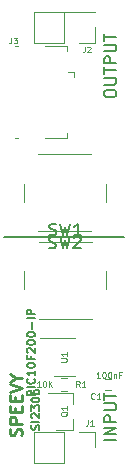
<source format=gbr>
G04 #@! TF.FileFunction,Legend,Top*
%FSLAX46Y46*%
G04 Gerber Fmt 4.6, Leading zero omitted, Abs format (unit mm)*
G04 Created by KiCad (PCBNEW 4.0.7) date 04/03/18 23:59:40*
%MOMM*%
%LPD*%
G01*
G04 APERTURE LIST*
%ADD10C,0.100000*%
%ADD11C,0.250000*%
%ADD12C,0.200000*%
%ADD13C,0.120000*%
%ADD14C,0.125000*%
%ADD15C,0.150000*%
G04 APERTURE END LIST*
D10*
D11*
X129690762Y-101861619D02*
X129738381Y-101718762D01*
X129738381Y-101480666D01*
X129690762Y-101385428D01*
X129643143Y-101337809D01*
X129547905Y-101290190D01*
X129452667Y-101290190D01*
X129357429Y-101337809D01*
X129309810Y-101385428D01*
X129262190Y-101480666D01*
X129214571Y-101671143D01*
X129166952Y-101766381D01*
X129119333Y-101814000D01*
X129024095Y-101861619D01*
X128928857Y-101861619D01*
X128833619Y-101814000D01*
X128786000Y-101766381D01*
X128738381Y-101671143D01*
X128738381Y-101433047D01*
X128786000Y-101290190D01*
X129738381Y-100861619D02*
X128738381Y-100861619D01*
X128738381Y-100480666D01*
X128786000Y-100385428D01*
X128833619Y-100337809D01*
X128928857Y-100290190D01*
X129071714Y-100290190D01*
X129166952Y-100337809D01*
X129214571Y-100385428D01*
X129262190Y-100480666D01*
X129262190Y-100861619D01*
X129214571Y-99861619D02*
X129214571Y-99528285D01*
X129738381Y-99385428D02*
X129738381Y-99861619D01*
X128738381Y-99861619D01*
X128738381Y-99385428D01*
X129214571Y-98956857D02*
X129214571Y-98623523D01*
X129738381Y-98480666D02*
X129738381Y-98956857D01*
X128738381Y-98956857D01*
X128738381Y-98480666D01*
X128738381Y-98194952D02*
X129738381Y-97861619D01*
X128738381Y-97528285D01*
X129262190Y-97004476D02*
X129738381Y-97004476D01*
X128738381Y-97337809D02*
X129262190Y-97004476D01*
X128738381Y-96671142D01*
X129690762Y-101861619D02*
X129738381Y-101718762D01*
X129738381Y-101480666D01*
X129690762Y-101385428D01*
X129643143Y-101337809D01*
X129547905Y-101290190D01*
X129452667Y-101290190D01*
X129357429Y-101337809D01*
X129309810Y-101385428D01*
X129262190Y-101480666D01*
X129214571Y-101671143D01*
X129166952Y-101766381D01*
X129119333Y-101814000D01*
X129024095Y-101861619D01*
X128928857Y-101861619D01*
X128833619Y-101814000D01*
X128786000Y-101766381D01*
X128738381Y-101671143D01*
X128738381Y-101433047D01*
X128786000Y-101290190D01*
X129738381Y-100861619D02*
X128738381Y-100861619D01*
X128738381Y-100480666D01*
X128786000Y-100385428D01*
X128833619Y-100337809D01*
X128928857Y-100290190D01*
X129071714Y-100290190D01*
X129166952Y-100337809D01*
X129214571Y-100385428D01*
X129262190Y-100480666D01*
X129262190Y-100861619D01*
X129214571Y-99861619D02*
X129214571Y-99528285D01*
X129738381Y-99385428D02*
X129738381Y-99861619D01*
X128738381Y-99861619D01*
X128738381Y-99385428D01*
X129214571Y-98956857D02*
X129214571Y-98623523D01*
X129738381Y-98480666D02*
X129738381Y-98956857D01*
X128738381Y-98956857D01*
X128738381Y-98480666D01*
X128738381Y-98194952D02*
X129738381Y-97861619D01*
X128738381Y-97528285D01*
X129262190Y-97004476D02*
X129738381Y-97004476D01*
X128738381Y-97337809D02*
X129262190Y-97004476D01*
X128738381Y-96671142D01*
D12*
X128270000Y-85090000D02*
X138430000Y-85090000D01*
D13*
X133587000Y-68871000D02*
X133587000Y-69321000D01*
X131737000Y-68871000D02*
X133587000Y-68871000D01*
X129187000Y-76671000D02*
X129437000Y-76671000D01*
X129187000Y-68871000D02*
X129437000Y-68871000D01*
X131737000Y-76671000D02*
X133587000Y-76671000D01*
X133587000Y-76671000D02*
X133587000Y-76221000D01*
X134137000Y-71071000D02*
X134137000Y-71521000D01*
X134137000Y-71071000D02*
X133687000Y-71071000D01*
X130750000Y-101540000D02*
X130750000Y-104200000D01*
X133350000Y-101540000D02*
X130750000Y-101540000D01*
X133350000Y-104200000D02*
X130750000Y-104200000D01*
X133350000Y-101540000D02*
X133350000Y-104200000D01*
X134620000Y-101540000D02*
X135950000Y-101540000D01*
X135950000Y-101540000D02*
X135950000Y-102870000D01*
X135950000Y-65980000D02*
X130750000Y-65980000D01*
X135950000Y-66040000D02*
X135950000Y-65980000D01*
X130750000Y-68640000D02*
X130750000Y-65980000D01*
X135950000Y-66040000D02*
X133350000Y-66040000D01*
X133350000Y-66040000D02*
X133350000Y-68640000D01*
X133350000Y-68640000D02*
X130750000Y-68640000D01*
X135950000Y-67310000D02*
X135950000Y-68640000D01*
X135950000Y-68640000D02*
X134620000Y-68640000D01*
X134110000Y-101402000D02*
X134110000Y-100472000D01*
X134110000Y-98242000D02*
X134110000Y-99172000D01*
X134110000Y-98242000D02*
X131950000Y-98242000D01*
X134110000Y-101402000D02*
X132650000Y-101402000D01*
X132450000Y-96860000D02*
X134250000Y-96860000D01*
X134250000Y-93640000D02*
X131300000Y-93640000D01*
X136783000Y-98006000D02*
X137283000Y-98006000D01*
X137283000Y-97066000D02*
X136783000Y-97066000D01*
X133600000Y-97006000D02*
X133100000Y-97006000D01*
X133100000Y-98066000D02*
X133600000Y-98066000D01*
X131175000Y-91987000D02*
X135675000Y-91987000D01*
X129925000Y-87987000D02*
X129925000Y-89487000D01*
X135675000Y-85487000D02*
X131175000Y-85487000D01*
X136925000Y-89487000D02*
X136925000Y-87987000D01*
X135652000Y-78066000D02*
X131152000Y-78066000D01*
X136902000Y-82066000D02*
X136902000Y-80566000D01*
X131152000Y-84566000D02*
X135652000Y-84566000D01*
X129902000Y-80566000D02*
X129902000Y-82066000D01*
D14*
X128865334Y-68179190D02*
X128865334Y-68536333D01*
X128841524Y-68607762D01*
X128793905Y-68655381D01*
X128722477Y-68679190D01*
X128674858Y-68679190D01*
X129055810Y-68179190D02*
X129365333Y-68179190D01*
X129198667Y-68369667D01*
X129270095Y-68369667D01*
X129317714Y-68393476D01*
X129341524Y-68417286D01*
X129365333Y-68464905D01*
X129365333Y-68583952D01*
X129341524Y-68631571D01*
X129317714Y-68655381D01*
X129270095Y-68679190D01*
X129127238Y-68679190D01*
X129079619Y-68655381D01*
X129055810Y-68631571D01*
X135342334Y-100564190D02*
X135342334Y-100921333D01*
X135318524Y-100992762D01*
X135270905Y-101040381D01*
X135199477Y-101064190D01*
X135151858Y-101064190D01*
X135842333Y-101064190D02*
X135556619Y-101064190D01*
X135699476Y-101064190D02*
X135699476Y-100564190D01*
X135651857Y-100635619D01*
X135604238Y-100683238D01*
X135556619Y-100707048D01*
D15*
X137739381Y-102258571D02*
X136739381Y-102258571D01*
X137739381Y-101782381D02*
X136739381Y-101782381D01*
X137739381Y-101210952D01*
X136739381Y-101210952D01*
X137739381Y-100734762D02*
X136739381Y-100734762D01*
X136739381Y-100353809D01*
X136787000Y-100258571D01*
X136834619Y-100210952D01*
X136929857Y-100163333D01*
X137072714Y-100163333D01*
X137167952Y-100210952D01*
X137215571Y-100258571D01*
X137263190Y-100353809D01*
X137263190Y-100734762D01*
X136739381Y-99734762D02*
X137548905Y-99734762D01*
X137644143Y-99687143D01*
X137691762Y-99639524D01*
X137739381Y-99544286D01*
X137739381Y-99353809D01*
X137691762Y-99258571D01*
X137644143Y-99210952D01*
X137548905Y-99163333D01*
X136739381Y-99163333D01*
X136739381Y-98830000D02*
X136739381Y-98258571D01*
X137739381Y-98544286D02*
X136739381Y-98544286D01*
D14*
X135088334Y-68941190D02*
X135088334Y-69298333D01*
X135064524Y-69369762D01*
X135016905Y-69417381D01*
X134945477Y-69441190D01*
X134897858Y-69441190D01*
X135302619Y-68988810D02*
X135326429Y-68965000D01*
X135374048Y-68941190D01*
X135493095Y-68941190D01*
X135540714Y-68965000D01*
X135564524Y-68988810D01*
X135588333Y-69036429D01*
X135588333Y-69084048D01*
X135564524Y-69155476D01*
X135278810Y-69441190D01*
X135588333Y-69441190D01*
D15*
X136739381Y-73016762D02*
X136739381Y-72826285D01*
X136787000Y-72731047D01*
X136882238Y-72635809D01*
X137072714Y-72588190D01*
X137406048Y-72588190D01*
X137596524Y-72635809D01*
X137691762Y-72731047D01*
X137739381Y-72826285D01*
X137739381Y-73016762D01*
X137691762Y-73112000D01*
X137596524Y-73207238D01*
X137406048Y-73254857D01*
X137072714Y-73254857D01*
X136882238Y-73207238D01*
X136787000Y-73112000D01*
X136739381Y-73016762D01*
X136739381Y-72159619D02*
X137548905Y-72159619D01*
X137644143Y-72112000D01*
X137691762Y-72064381D01*
X137739381Y-71969143D01*
X137739381Y-71778666D01*
X137691762Y-71683428D01*
X137644143Y-71635809D01*
X137548905Y-71588190D01*
X136739381Y-71588190D01*
X136739381Y-71254857D02*
X136739381Y-70683428D01*
X137739381Y-70969143D02*
X136739381Y-70969143D01*
X137739381Y-70350095D02*
X136739381Y-70350095D01*
X136739381Y-69969142D01*
X136787000Y-69873904D01*
X136834619Y-69826285D01*
X136929857Y-69778666D01*
X137072714Y-69778666D01*
X137167952Y-69826285D01*
X137215571Y-69873904D01*
X137263190Y-69969142D01*
X137263190Y-70350095D01*
X136739381Y-69350095D02*
X137548905Y-69350095D01*
X137644143Y-69302476D01*
X137691762Y-69254857D01*
X137739381Y-69159619D01*
X137739381Y-68969142D01*
X137691762Y-68873904D01*
X137644143Y-68826285D01*
X137548905Y-68778666D01*
X136739381Y-68778666D01*
X136739381Y-68445333D02*
X136739381Y-67873904D01*
X137739381Y-68159619D02*
X136739381Y-68159619D01*
D14*
X133623810Y-99869619D02*
X133600000Y-99917238D01*
X133552381Y-99964857D01*
X133480952Y-100036286D01*
X133457143Y-100083905D01*
X133457143Y-100131524D01*
X133576190Y-100107714D02*
X133552381Y-100155333D01*
X133504762Y-100202952D01*
X133409524Y-100226762D01*
X133242857Y-100226762D01*
X133147619Y-100202952D01*
X133100000Y-100155333D01*
X133076190Y-100107714D01*
X133076190Y-100012476D01*
X133100000Y-99964857D01*
X133147619Y-99917238D01*
X133242857Y-99893429D01*
X133409524Y-99893429D01*
X133504762Y-99917238D01*
X133552381Y-99964857D01*
X133576190Y-100012476D01*
X133576190Y-100107714D01*
X133576190Y-99417238D02*
X133576190Y-99702952D01*
X133576190Y-99560095D02*
X133076190Y-99560095D01*
X133147619Y-99607714D01*
X133195238Y-99655333D01*
X133219048Y-99702952D01*
D15*
X131220333Y-101395001D02*
X131253667Y-101295001D01*
X131253667Y-101128334D01*
X131220333Y-101061667D01*
X131187000Y-101028334D01*
X131120333Y-100995001D01*
X131053667Y-100995001D01*
X130987000Y-101028334D01*
X130953667Y-101061667D01*
X130920333Y-101128334D01*
X130887000Y-101261667D01*
X130853667Y-101328334D01*
X130820333Y-101361667D01*
X130753667Y-101395001D01*
X130687000Y-101395001D01*
X130620333Y-101361667D01*
X130587000Y-101328334D01*
X130553667Y-101261667D01*
X130553667Y-101095001D01*
X130587000Y-100995001D01*
X131253667Y-100695000D02*
X130553667Y-100695000D01*
X130620333Y-100395001D02*
X130587000Y-100361667D01*
X130553667Y-100295001D01*
X130553667Y-100128334D01*
X130587000Y-100061667D01*
X130620333Y-100028334D01*
X130687000Y-99995001D01*
X130753667Y-99995001D01*
X130853667Y-100028334D01*
X131253667Y-100428334D01*
X131253667Y-99995001D01*
X130553667Y-99761667D02*
X130553667Y-99328334D01*
X130820333Y-99561667D01*
X130820333Y-99461667D01*
X130853667Y-99395000D01*
X130887000Y-99361667D01*
X130953667Y-99328334D01*
X131120333Y-99328334D01*
X131187000Y-99361667D01*
X131220333Y-99395000D01*
X131253667Y-99461667D01*
X131253667Y-99661667D01*
X131220333Y-99728334D01*
X131187000Y-99761667D01*
X130553667Y-98895000D02*
X130553667Y-98828333D01*
X130587000Y-98761667D01*
X130620333Y-98728333D01*
X130687000Y-98695000D01*
X130820333Y-98661667D01*
X130987000Y-98661667D01*
X131120333Y-98695000D01*
X131187000Y-98728333D01*
X131220333Y-98761667D01*
X131253667Y-98828333D01*
X131253667Y-98895000D01*
X131220333Y-98961667D01*
X131187000Y-98995000D01*
X131120333Y-99028333D01*
X130987000Y-99061667D01*
X130820333Y-99061667D01*
X130687000Y-99028333D01*
X130620333Y-98995000D01*
X130587000Y-98961667D01*
X130553667Y-98895000D01*
X130553667Y-98061666D02*
X130553667Y-98195000D01*
X130587000Y-98261666D01*
X130620333Y-98295000D01*
X130720333Y-98361666D01*
X130853667Y-98395000D01*
X131120333Y-98395000D01*
X131187000Y-98361666D01*
X131220333Y-98328333D01*
X131253667Y-98261666D01*
X131253667Y-98128333D01*
X131220333Y-98061666D01*
X131187000Y-98028333D01*
X131120333Y-97995000D01*
X130953667Y-97995000D01*
X130887000Y-98028333D01*
X130853667Y-98061666D01*
X130820333Y-98128333D01*
X130820333Y-98261666D01*
X130853667Y-98328333D01*
X130887000Y-98361666D01*
X130953667Y-98395000D01*
D14*
X133076190Y-95630952D02*
X133480952Y-95630952D01*
X133528571Y-95607143D01*
X133552381Y-95583333D01*
X133576190Y-95535714D01*
X133576190Y-95440476D01*
X133552381Y-95392857D01*
X133528571Y-95369048D01*
X133480952Y-95345238D01*
X133076190Y-95345238D01*
X133576190Y-94845238D02*
X133576190Y-95130952D01*
X133576190Y-94988095D02*
X133076190Y-94988095D01*
X133147619Y-95035714D01*
X133195238Y-95083333D01*
X133219048Y-95130952D01*
D15*
X130872667Y-98485667D02*
X130172667Y-98485667D01*
X130172667Y-98219001D01*
X130206000Y-98152334D01*
X130239333Y-98119001D01*
X130306000Y-98085667D01*
X130406000Y-98085667D01*
X130472667Y-98119001D01*
X130506000Y-98152334D01*
X130539333Y-98219001D01*
X130539333Y-98485667D01*
X130872667Y-97785667D02*
X130172667Y-97785667D01*
X130806000Y-97052334D02*
X130839333Y-97085668D01*
X130872667Y-97185668D01*
X130872667Y-97252334D01*
X130839333Y-97352334D01*
X130772667Y-97419001D01*
X130706000Y-97452334D01*
X130572667Y-97485668D01*
X130472667Y-97485668D01*
X130339333Y-97452334D01*
X130272667Y-97419001D01*
X130206000Y-97352334D01*
X130172667Y-97252334D01*
X130172667Y-97185668D01*
X130206000Y-97085668D01*
X130239333Y-97052334D01*
X130872667Y-96385668D02*
X130872667Y-96785668D01*
X130872667Y-96585668D02*
X130172667Y-96585668D01*
X130272667Y-96652334D01*
X130339333Y-96719001D01*
X130372667Y-96785668D01*
X130172667Y-95952334D02*
X130172667Y-95885667D01*
X130206000Y-95819001D01*
X130239333Y-95785667D01*
X130306000Y-95752334D01*
X130439333Y-95719001D01*
X130606000Y-95719001D01*
X130739333Y-95752334D01*
X130806000Y-95785667D01*
X130839333Y-95819001D01*
X130872667Y-95885667D01*
X130872667Y-95952334D01*
X130839333Y-96019001D01*
X130806000Y-96052334D01*
X130739333Y-96085667D01*
X130606000Y-96119001D01*
X130439333Y-96119001D01*
X130306000Y-96085667D01*
X130239333Y-96052334D01*
X130206000Y-96019001D01*
X130172667Y-95952334D01*
X130506000Y-95185667D02*
X130506000Y-95419000D01*
X130872667Y-95419000D02*
X130172667Y-95419000D01*
X130172667Y-95085667D01*
X130239333Y-94852334D02*
X130206000Y-94819000D01*
X130172667Y-94752334D01*
X130172667Y-94585667D01*
X130206000Y-94519000D01*
X130239333Y-94485667D01*
X130306000Y-94452334D01*
X130372667Y-94452334D01*
X130472667Y-94485667D01*
X130872667Y-94885667D01*
X130872667Y-94452334D01*
X130172667Y-94019000D02*
X130172667Y-93952333D01*
X130206000Y-93885667D01*
X130239333Y-93852333D01*
X130306000Y-93819000D01*
X130439333Y-93785667D01*
X130606000Y-93785667D01*
X130739333Y-93819000D01*
X130806000Y-93852333D01*
X130839333Y-93885667D01*
X130872667Y-93952333D01*
X130872667Y-94019000D01*
X130839333Y-94085667D01*
X130806000Y-94119000D01*
X130739333Y-94152333D01*
X130606000Y-94185667D01*
X130439333Y-94185667D01*
X130306000Y-94152333D01*
X130239333Y-94119000D01*
X130206000Y-94085667D01*
X130172667Y-94019000D01*
X130172667Y-93352333D02*
X130172667Y-93285666D01*
X130206000Y-93219000D01*
X130239333Y-93185666D01*
X130306000Y-93152333D01*
X130439333Y-93119000D01*
X130606000Y-93119000D01*
X130739333Y-93152333D01*
X130806000Y-93185666D01*
X130839333Y-93219000D01*
X130872667Y-93285666D01*
X130872667Y-93352333D01*
X130839333Y-93419000D01*
X130806000Y-93452333D01*
X130739333Y-93485666D01*
X130606000Y-93519000D01*
X130439333Y-93519000D01*
X130306000Y-93485666D01*
X130239333Y-93452333D01*
X130206000Y-93419000D01*
X130172667Y-93352333D01*
X130606000Y-92818999D02*
X130606000Y-92285666D01*
X130872667Y-91952332D02*
X130172667Y-91952332D01*
X130872667Y-91618999D02*
X130172667Y-91618999D01*
X130172667Y-91352333D01*
X130206000Y-91285666D01*
X130239333Y-91252333D01*
X130306000Y-91218999D01*
X130406000Y-91218999D01*
X130472667Y-91252333D01*
X130506000Y-91285666D01*
X130539333Y-91352333D01*
X130539333Y-91618999D01*
D14*
X135933667Y-98730571D02*
X135909857Y-98754381D01*
X135838429Y-98778190D01*
X135790810Y-98778190D01*
X135719381Y-98754381D01*
X135671762Y-98706762D01*
X135647953Y-98659143D01*
X135624143Y-98563905D01*
X135624143Y-98492476D01*
X135647953Y-98397238D01*
X135671762Y-98349619D01*
X135719381Y-98302000D01*
X135790810Y-98278190D01*
X135838429Y-98278190D01*
X135909857Y-98302000D01*
X135933667Y-98325810D01*
X136409857Y-98778190D02*
X136124143Y-98778190D01*
X136267000Y-98778190D02*
X136267000Y-98278190D01*
X136219381Y-98349619D01*
X136171762Y-98397238D01*
X136124143Y-98421048D01*
X136386191Y-97000190D02*
X136100477Y-97000190D01*
X136243334Y-97000190D02*
X136243334Y-96500190D01*
X136195715Y-96571619D01*
X136148096Y-96619238D01*
X136100477Y-96643048D01*
X136695715Y-96500190D02*
X136743334Y-96500190D01*
X136790953Y-96524000D01*
X136814762Y-96547810D01*
X136838572Y-96595429D01*
X136862381Y-96690667D01*
X136862381Y-96809714D01*
X136838572Y-96904952D01*
X136814762Y-96952571D01*
X136790953Y-96976381D01*
X136743334Y-97000190D01*
X136695715Y-97000190D01*
X136648096Y-96976381D01*
X136624286Y-96952571D01*
X136600477Y-96904952D01*
X136576667Y-96809714D01*
X136576667Y-96690667D01*
X136600477Y-96595429D01*
X136624286Y-96547810D01*
X136648096Y-96524000D01*
X136695715Y-96500190D01*
X137171905Y-96500190D02*
X137219524Y-96500190D01*
X137267143Y-96524000D01*
X137290952Y-96547810D01*
X137314762Y-96595429D01*
X137338571Y-96690667D01*
X137338571Y-96809714D01*
X137314762Y-96904952D01*
X137290952Y-96952571D01*
X137267143Y-96976381D01*
X137219524Y-97000190D01*
X137171905Y-97000190D01*
X137124286Y-96976381D01*
X137100476Y-96952571D01*
X137076667Y-96904952D01*
X137052857Y-96809714D01*
X137052857Y-96690667D01*
X137076667Y-96595429D01*
X137100476Y-96547810D01*
X137124286Y-96524000D01*
X137171905Y-96500190D01*
X137552857Y-96666857D02*
X137552857Y-97000190D01*
X137552857Y-96714476D02*
X137576666Y-96690667D01*
X137624285Y-96666857D01*
X137695714Y-96666857D01*
X137743333Y-96690667D01*
X137767142Y-96738286D01*
X137767142Y-97000190D01*
X138171904Y-96738286D02*
X138005238Y-96738286D01*
X138005238Y-97000190D02*
X138005238Y-96500190D01*
X138243333Y-96500190D01*
X134663667Y-97762190D02*
X134497000Y-97524095D01*
X134377953Y-97762190D02*
X134377953Y-97262190D01*
X134568429Y-97262190D01*
X134616048Y-97286000D01*
X134639857Y-97309810D01*
X134663667Y-97357429D01*
X134663667Y-97428857D01*
X134639857Y-97476476D01*
X134616048Y-97500286D01*
X134568429Y-97524095D01*
X134377953Y-97524095D01*
X135139857Y-97762190D02*
X134854143Y-97762190D01*
X134997000Y-97762190D02*
X134997000Y-97262190D01*
X134949381Y-97333619D01*
X134901762Y-97381238D01*
X134854143Y-97405048D01*
X131353762Y-97762190D02*
X131068048Y-97762190D01*
X131210905Y-97762190D02*
X131210905Y-97262190D01*
X131163286Y-97333619D01*
X131115667Y-97381238D01*
X131068048Y-97405048D01*
X131663286Y-97262190D02*
X131710905Y-97262190D01*
X131758524Y-97286000D01*
X131782333Y-97309810D01*
X131806143Y-97357429D01*
X131829952Y-97452667D01*
X131829952Y-97571714D01*
X131806143Y-97666952D01*
X131782333Y-97714571D01*
X131758524Y-97738381D01*
X131710905Y-97762190D01*
X131663286Y-97762190D01*
X131615667Y-97738381D01*
X131591857Y-97714571D01*
X131568048Y-97666952D01*
X131544238Y-97571714D01*
X131544238Y-97452667D01*
X131568048Y-97357429D01*
X131591857Y-97309810D01*
X131615667Y-97286000D01*
X131663286Y-97262190D01*
X132044238Y-97762190D02*
X132044238Y-97262190D01*
X132329952Y-97762190D02*
X132115666Y-97476476D01*
X132329952Y-97262190D02*
X132044238Y-97547905D01*
D15*
X132091667Y-84891762D02*
X132234524Y-84939381D01*
X132472620Y-84939381D01*
X132567858Y-84891762D01*
X132615477Y-84844143D01*
X132663096Y-84748905D01*
X132663096Y-84653667D01*
X132615477Y-84558429D01*
X132567858Y-84510810D01*
X132472620Y-84463190D01*
X132282143Y-84415571D01*
X132186905Y-84367952D01*
X132139286Y-84320333D01*
X132091667Y-84225095D01*
X132091667Y-84129857D01*
X132139286Y-84034619D01*
X132186905Y-83987000D01*
X132282143Y-83939381D01*
X132520239Y-83939381D01*
X132663096Y-83987000D01*
X132996429Y-83939381D02*
X133234524Y-84939381D01*
X133425001Y-84225095D01*
X133615477Y-84939381D01*
X133853572Y-83939381D01*
X134758334Y-84939381D02*
X134186905Y-84939381D01*
X134472619Y-84939381D02*
X134472619Y-83939381D01*
X134377381Y-84082238D01*
X134282143Y-84177476D01*
X134186905Y-84225095D01*
X132068667Y-85970762D02*
X132211524Y-86018381D01*
X132449620Y-86018381D01*
X132544858Y-85970762D01*
X132592477Y-85923143D01*
X132640096Y-85827905D01*
X132640096Y-85732667D01*
X132592477Y-85637429D01*
X132544858Y-85589810D01*
X132449620Y-85542190D01*
X132259143Y-85494571D01*
X132163905Y-85446952D01*
X132116286Y-85399333D01*
X132068667Y-85304095D01*
X132068667Y-85208857D01*
X132116286Y-85113619D01*
X132163905Y-85066000D01*
X132259143Y-85018381D01*
X132497239Y-85018381D01*
X132640096Y-85066000D01*
X132973429Y-85018381D02*
X133211524Y-86018381D01*
X133402001Y-85304095D01*
X133592477Y-86018381D01*
X133830572Y-85018381D01*
X134163905Y-85113619D02*
X134211524Y-85066000D01*
X134306762Y-85018381D01*
X134544858Y-85018381D01*
X134640096Y-85066000D01*
X134687715Y-85113619D01*
X134735334Y-85208857D01*
X134735334Y-85304095D01*
X134687715Y-85446952D01*
X134116286Y-86018381D01*
X134735334Y-86018381D01*
M02*

</source>
